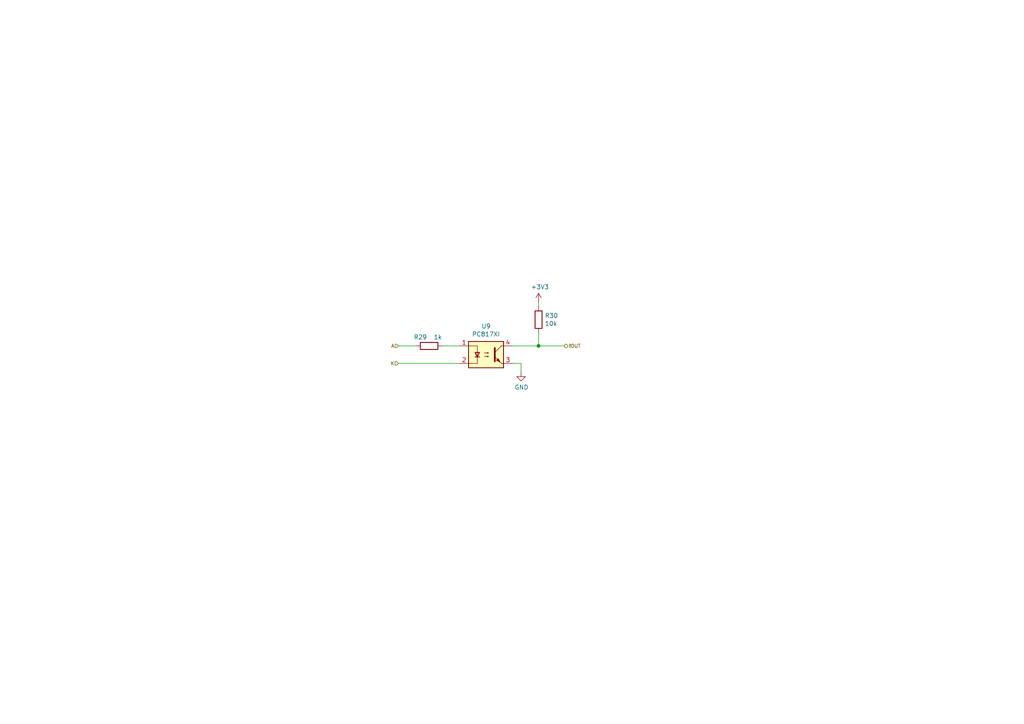
<source format=kicad_sch>
(kicad_sch (version 20211123) (generator eeschema)
  (paper "A4")
  (title_block (title "Opto-coupled Input") (date "2021-06-10") (rev "0.1") (comment 1 "https://github.com/enriquewph/esp32-ups-monitor"))
  (lib_symbols
    (symbol "Device:R" (pin_numbers hide) (pin_names (offset 0))
      (property "Reference" "R" (at 2.032 0 90))
      (property "Value" "R" (at 0 0 90))
      (symbol "R_0_1"
        (rectangle (start -1.016 -2.54) (end 1.016 2.54) (stroke (width 0.254)))
      )
      (symbol "R_1_1"
        (pin passive line (at 0 3.81 270) (length 1.27) (name "~") (number "1"))
        (pin passive line (at 0 -3.81 90) (length 1.27) (name "~") (number "2"))
      )
    )
    (symbol "Isolator:PC817" (pin_names (offset 1.016))
      (property "Reference" "U" (at -5.08 5.08 0))
      (property "Value" "PC817" (at 0 5.08 0))
      (symbol "PC817_0_1"
        (rectangle (start -5.08 3.81) (end 5.08 -3.81) (stroke (width 0.254)) (fill (type background)))
        (polyline (pts (xy -3.175 -0.635) (xy -1.905 -0.635)) (stroke (width 0.254)))
        (polyline (pts (xy 2.54 0.635) (xy 4.445 2.54)))
        (polyline (pts (xy 4.445 -2.54) (xy 2.54 -0.635)) (fill (type outline)))
        (polyline (pts (xy 4.445 -2.54) (xy 5.08 -2.54)))
        (polyline (pts (xy 4.445 2.54) (xy 5.08 2.54)))
        (polyline (pts (xy -5.08 2.54) (xy -2.54 2.54) (xy -2.54 -0.635)))
        (polyline (pts (xy -2.54 -0.635) (xy -2.54 -2.54) (xy -5.08 -2.54)))
        (polyline (pts (xy 2.54 1.905) (xy 2.54 -1.905) (xy 2.54 -1.905)) (stroke (width 0.508)))
        (polyline (pts (xy -2.54 -0.635) (xy -3.175 0.635) (xy -1.905 0.635) (xy -2.54 -0.635)) (stroke (width 0.254)))
        (polyline (pts (xy -0.508 -0.508) (xy 0.762 -0.508) (xy 0.381 -0.635) (xy 0.381 -0.381) (xy 0.762 -0.508)))
        (polyline (pts (xy -0.508 0.508) (xy 0.762 0.508) (xy 0.381 0.381) (xy 0.381 0.635) (xy 0.762 0.508)))
        (polyline (pts (xy 3.048 -1.651) (xy 3.556 -1.143) (xy 4.064 -2.159) (xy 3.048 -1.651) (xy 3.048 -1.651)) (fill (type outline)))
      )
      (symbol "PC817_1_1"
        (pin passive line (at -7.62 2.54 0) (length 2.54) (name "~") (number "1"))
        (pin passive line (at -7.62 -2.54 0) (length 2.54) (name "~") (number "2"))
        (pin passive line (at 7.62 -2.54 180) (length 2.54) (name "~") (number "3"))
        (pin passive line (at 7.62 2.54 180) (length 2.54) (name "~") (number "4"))
      )
    )
    (symbol "power:+3V3" (power) (pin_names (offset 0))
      (property "Value" "+3V3" (at 0 3.556 0))
      (symbol "+3V3_0_1"
        (polyline (pts (xy -0.762 1.27) (xy 0 2.54)))
        (polyline (pts (xy 0 0) (xy 0 2.54)))
        (polyline (pts (xy 0 2.54) (xy 0.762 1.27)))
      )
      (symbol "+3V3_1_1"
        (pin power_in line (at 0 0 90) (length 0) hide (name "+3V3") (number "1"))
      )
    )
    (symbol "power:GND" (power) (pin_names (offset 0))
      (property "Value" "GND" (at 0 -3.81 0))
      (symbol "GND_0_1"
        (polyline (pts (xy 0 0) (xy 0 -1.27) (xy 1.27 -1.27) (xy 0 -2.54) (xy -1.27 -1.27) (xy 0 -1.27)))
      )
      (symbol "GND_1_1"
        (pin power_in line (at 0 0 270) (length 0) hide (name "GND") (number "1"))
      )
    )
  )
  (junction (at 156.21 100.33))
  (wire (pts (xy 156.21 100.33) (xy 156.21 96.52)))
  (wire (pts (xy 156.21 88.9) (xy 156.21 87.63)))
  (wire (pts (xy 115.57 100.33) (xy 120.65 100.33)))
  (wire (pts (xy 151.13 105.41) (xy 148.59 105.41)))
  (wire (pts (xy 115.57 105.41) (xy 133.35 105.41)))
  (wire (pts (xy 148.59 100.33) (xy 156.21 100.33)))
  (wire (pts (xy 156.21 100.33) (xy 163.83 100.33)))
  (wire (pts (xy 151.13 107.95) (xy 151.13 105.41)))
  (wire (pts (xy 128.27 100.33) (xy 133.35 100.33)))
  (hierarchical_label "!OUT" (shape output) (at 163.83 100.33 0) (effects (font (size 0.9906 0.9906))))
  (hierarchical_label "K" (shape input) (at 115.57 105.41 180) (effects (font (size 0.9906 0.9906))))
  (hierarchical_label "A" (shape input) (at 115.57 100.33 180) (effects (font (size 0.9906 0.9906))))
  (symbol (lib_id "Isolator:PC817") (at 140.97 102.87 0) (unit 1)
    (property "Reference" "U9" (at 140.97 94.615 0))
    (property "Value" "PC817XI" (at 140.97 96.9264 0))
    (property "Footprint" "Package_DIP:SMDIP-4_W9.53mm" (effects hide))
    (property "Datasheet" "https://www.farnell.com/datasheets/73758.pdf" (effects hide))
    (property "manf#" "PC817XI" (effects hide))
  )
  (symbol (lib_id "power:+3V3") (at 156.21 87.63 0) (unit 1)
    (property "Reference" "#PWR071" (effects hide))
    (property "Value" "+3V3" (at 156.591 83.2358 0))
  )
  (symbol (lib_id "power:GND") (at 151.13 107.95 0) (unit 1)
    (property "Reference" "#PWR070" (effects hide))
    (property "Value" "GND" (at 151.257 112.3442 0))
  )
  (symbol (lib_id "Device:R") (at 156.21 92.71 0) (unit 1)
    (property "Reference" "R30" (at 157.988 91.5416 0) (effects (justify left)))
    (property "Value" "10k" (at 157.988 93.853 0) (effects (justify left)))
    (property "Footprint" "Resistor_SMD:R_1206_3216Metric" (effects hide))
    (property "Datasheet" "https://www.yageo.com/upload/media/product/productsearch/datasheet/rchip/PYu-RC_Group_51_RoHS_L_11.pdf" (effects hide))
    (property "manf#" "RC1206FR-0710KL" (effects hide))
  )
  (symbol (lib_id "Device:R") (at 124.46 100.33 270) (unit 1)
    (property "Reference" "R29" (at 121.92 97.79 90))
    (property "Value" "1k" (at 127 97.79 90))
    (property "Footprint" "Resistor_SMD:R_1206_3216Metric" (effects hide))
    (property "Datasheet" "https://www.yageo.com/upload/media/product/productsearch/datasheet/rchip/PYu-RC_Group_51_RoHS_L_11.pdf" (effects hide))
    (property "Fitted" "No" (effects hide))
    (property "manf#" "RC1206FR-071KL" (effects hide))
  )
)
</source>
